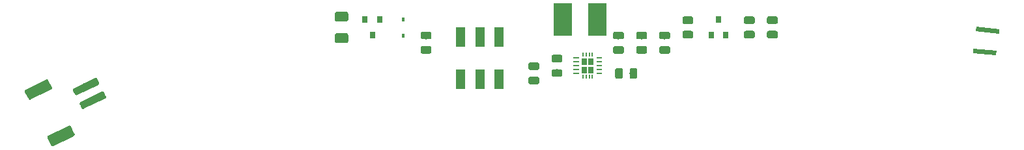
<source format=gbr>
G04 #@! TF.GenerationSoftware,KiCad,Pcbnew,(5.0.1)-3*
G04 #@! TF.CreationDate,2021-05-06T18:47:49+10:00*
G04 #@! TF.ProjectId,LED Right Glasses Arm (power),4C454420526967687420476C61737365,rev?*
G04 #@! TF.SameCoordinates,Original*
G04 #@! TF.FileFunction,Paste,Top*
G04 #@! TF.FilePolarity,Positive*
%FSLAX46Y46*%
G04 Gerber Fmt 4.6, Leading zero omitted, Abs format (unit mm)*
G04 Created by KiCad (PCBNEW (5.0.1)-3) date 6/05/2021 6:47:49 PM*
%MOMM*%
%LPD*%
G01*
G04 APERTURE LIST*
%ADD10C,0.100000*%
%ADD11C,0.975000*%
%ADD12R,0.450000X0.600000*%
%ADD13R,2.400000X4.200000*%
%ADD14O,0.800000X0.230000*%
%ADD15R,0.230000X0.230000*%
%ADD16R,0.650000X0.900000*%
%ADD17R,0.230000X0.600000*%
%ADD18R,0.800000X0.900000*%
%ADD19C,1.250000*%
%ADD20C,1.000000*%
%ADD21C,1.500000*%
%ADD22R,1.200000X2.500000*%
%ADD23C,0.600000*%
G04 APERTURE END LIST*
D10*
G04 #@! TO.C,C101*
G36*
X158480142Y-96576174D02*
X158503803Y-96579684D01*
X158527007Y-96585496D01*
X158549529Y-96593554D01*
X158571153Y-96603782D01*
X158591670Y-96616079D01*
X158610883Y-96630329D01*
X158628607Y-96646393D01*
X158644671Y-96664117D01*
X158658921Y-96683330D01*
X158671218Y-96703847D01*
X158681446Y-96725471D01*
X158689504Y-96747993D01*
X158695316Y-96771197D01*
X158698826Y-96794858D01*
X158700000Y-96818750D01*
X158700000Y-97306250D01*
X158698826Y-97330142D01*
X158695316Y-97353803D01*
X158689504Y-97377007D01*
X158681446Y-97399529D01*
X158671218Y-97421153D01*
X158658921Y-97441670D01*
X158644671Y-97460883D01*
X158628607Y-97478607D01*
X158610883Y-97494671D01*
X158591670Y-97508921D01*
X158571153Y-97521218D01*
X158549529Y-97531446D01*
X158527007Y-97539504D01*
X158503803Y-97545316D01*
X158480142Y-97548826D01*
X158456250Y-97550000D01*
X157543750Y-97550000D01*
X157519858Y-97548826D01*
X157496197Y-97545316D01*
X157472993Y-97539504D01*
X157450471Y-97531446D01*
X157428847Y-97521218D01*
X157408330Y-97508921D01*
X157389117Y-97494671D01*
X157371393Y-97478607D01*
X157355329Y-97460883D01*
X157341079Y-97441670D01*
X157328782Y-97421153D01*
X157318554Y-97399529D01*
X157310496Y-97377007D01*
X157304684Y-97353803D01*
X157301174Y-97330142D01*
X157300000Y-97306250D01*
X157300000Y-96818750D01*
X157301174Y-96794858D01*
X157304684Y-96771197D01*
X157310496Y-96747993D01*
X157318554Y-96725471D01*
X157328782Y-96703847D01*
X157341079Y-96683330D01*
X157355329Y-96664117D01*
X157371393Y-96646393D01*
X157389117Y-96630329D01*
X157408330Y-96616079D01*
X157428847Y-96603782D01*
X157450471Y-96593554D01*
X157472993Y-96585496D01*
X157496197Y-96579684D01*
X157519858Y-96576174D01*
X157543750Y-96575000D01*
X158456250Y-96575000D01*
X158480142Y-96576174D01*
X158480142Y-96576174D01*
G37*
D11*
X158000000Y-97062500D03*
D10*
G36*
X158480142Y-98451174D02*
X158503803Y-98454684D01*
X158527007Y-98460496D01*
X158549529Y-98468554D01*
X158571153Y-98478782D01*
X158591670Y-98491079D01*
X158610883Y-98505329D01*
X158628607Y-98521393D01*
X158644671Y-98539117D01*
X158658921Y-98558330D01*
X158671218Y-98578847D01*
X158681446Y-98600471D01*
X158689504Y-98622993D01*
X158695316Y-98646197D01*
X158698826Y-98669858D01*
X158700000Y-98693750D01*
X158700000Y-99181250D01*
X158698826Y-99205142D01*
X158695316Y-99228803D01*
X158689504Y-99252007D01*
X158681446Y-99274529D01*
X158671218Y-99296153D01*
X158658921Y-99316670D01*
X158644671Y-99335883D01*
X158628607Y-99353607D01*
X158610883Y-99369671D01*
X158591670Y-99383921D01*
X158571153Y-99396218D01*
X158549529Y-99406446D01*
X158527007Y-99414504D01*
X158503803Y-99420316D01*
X158480142Y-99423826D01*
X158456250Y-99425000D01*
X157543750Y-99425000D01*
X157519858Y-99423826D01*
X157496197Y-99420316D01*
X157472993Y-99414504D01*
X157450471Y-99406446D01*
X157428847Y-99396218D01*
X157408330Y-99383921D01*
X157389117Y-99369671D01*
X157371393Y-99353607D01*
X157355329Y-99335883D01*
X157341079Y-99316670D01*
X157328782Y-99296153D01*
X157318554Y-99274529D01*
X157310496Y-99252007D01*
X157304684Y-99228803D01*
X157301174Y-99205142D01*
X157300000Y-99181250D01*
X157300000Y-98693750D01*
X157301174Y-98669858D01*
X157304684Y-98646197D01*
X157310496Y-98622993D01*
X157318554Y-98600471D01*
X157328782Y-98578847D01*
X157341079Y-98558330D01*
X157355329Y-98539117D01*
X157371393Y-98521393D01*
X157389117Y-98505329D01*
X157408330Y-98491079D01*
X157428847Y-98478782D01*
X157450471Y-98468554D01*
X157472993Y-98460496D01*
X157496197Y-98454684D01*
X157519858Y-98451174D01*
X157543750Y-98450000D01*
X158456250Y-98450000D01*
X158480142Y-98451174D01*
X158480142Y-98451174D01*
G37*
D11*
X158000000Y-98937500D03*
G04 #@! TD*
D10*
G04 #@! TO.C,C102*
G36*
X166480142Y-93576174D02*
X166503803Y-93579684D01*
X166527007Y-93585496D01*
X166549529Y-93593554D01*
X166571153Y-93603782D01*
X166591670Y-93616079D01*
X166610883Y-93630329D01*
X166628607Y-93646393D01*
X166644671Y-93664117D01*
X166658921Y-93683330D01*
X166671218Y-93703847D01*
X166681446Y-93725471D01*
X166689504Y-93747993D01*
X166695316Y-93771197D01*
X166698826Y-93794858D01*
X166700000Y-93818750D01*
X166700000Y-94306250D01*
X166698826Y-94330142D01*
X166695316Y-94353803D01*
X166689504Y-94377007D01*
X166681446Y-94399529D01*
X166671218Y-94421153D01*
X166658921Y-94441670D01*
X166644671Y-94460883D01*
X166628607Y-94478607D01*
X166610883Y-94494671D01*
X166591670Y-94508921D01*
X166571153Y-94521218D01*
X166549529Y-94531446D01*
X166527007Y-94539504D01*
X166503803Y-94545316D01*
X166480142Y-94548826D01*
X166456250Y-94550000D01*
X165543750Y-94550000D01*
X165519858Y-94548826D01*
X165496197Y-94545316D01*
X165472993Y-94539504D01*
X165450471Y-94531446D01*
X165428847Y-94521218D01*
X165408330Y-94508921D01*
X165389117Y-94494671D01*
X165371393Y-94478607D01*
X165355329Y-94460883D01*
X165341079Y-94441670D01*
X165328782Y-94421153D01*
X165318554Y-94399529D01*
X165310496Y-94377007D01*
X165304684Y-94353803D01*
X165301174Y-94330142D01*
X165300000Y-94306250D01*
X165300000Y-93818750D01*
X165301174Y-93794858D01*
X165304684Y-93771197D01*
X165310496Y-93747993D01*
X165318554Y-93725471D01*
X165328782Y-93703847D01*
X165341079Y-93683330D01*
X165355329Y-93664117D01*
X165371393Y-93646393D01*
X165389117Y-93630329D01*
X165408330Y-93616079D01*
X165428847Y-93603782D01*
X165450471Y-93593554D01*
X165472993Y-93585496D01*
X165496197Y-93579684D01*
X165519858Y-93576174D01*
X165543750Y-93575000D01*
X166456250Y-93575000D01*
X166480142Y-93576174D01*
X166480142Y-93576174D01*
G37*
D11*
X166000000Y-94062500D03*
D10*
G36*
X166480142Y-95451174D02*
X166503803Y-95454684D01*
X166527007Y-95460496D01*
X166549529Y-95468554D01*
X166571153Y-95478782D01*
X166591670Y-95491079D01*
X166610883Y-95505329D01*
X166628607Y-95521393D01*
X166644671Y-95539117D01*
X166658921Y-95558330D01*
X166671218Y-95578847D01*
X166681446Y-95600471D01*
X166689504Y-95622993D01*
X166695316Y-95646197D01*
X166698826Y-95669858D01*
X166700000Y-95693750D01*
X166700000Y-96181250D01*
X166698826Y-96205142D01*
X166695316Y-96228803D01*
X166689504Y-96252007D01*
X166681446Y-96274529D01*
X166671218Y-96296153D01*
X166658921Y-96316670D01*
X166644671Y-96335883D01*
X166628607Y-96353607D01*
X166610883Y-96369671D01*
X166591670Y-96383921D01*
X166571153Y-96396218D01*
X166549529Y-96406446D01*
X166527007Y-96414504D01*
X166503803Y-96420316D01*
X166480142Y-96423826D01*
X166456250Y-96425000D01*
X165543750Y-96425000D01*
X165519858Y-96423826D01*
X165496197Y-96420316D01*
X165472993Y-96414504D01*
X165450471Y-96406446D01*
X165428847Y-96396218D01*
X165408330Y-96383921D01*
X165389117Y-96369671D01*
X165371393Y-96353607D01*
X165355329Y-96335883D01*
X165341079Y-96316670D01*
X165328782Y-96296153D01*
X165318554Y-96274529D01*
X165310496Y-96252007D01*
X165304684Y-96228803D01*
X165301174Y-96205142D01*
X165300000Y-96181250D01*
X165300000Y-95693750D01*
X165301174Y-95669858D01*
X165304684Y-95646197D01*
X165310496Y-95622993D01*
X165318554Y-95600471D01*
X165328782Y-95578847D01*
X165341079Y-95558330D01*
X165355329Y-95539117D01*
X165371393Y-95521393D01*
X165389117Y-95505329D01*
X165408330Y-95491079D01*
X165428847Y-95478782D01*
X165450471Y-95468554D01*
X165472993Y-95460496D01*
X165496197Y-95454684D01*
X165519858Y-95451174D01*
X165543750Y-95450000D01*
X166456250Y-95450000D01*
X166480142Y-95451174D01*
X166480142Y-95451174D01*
G37*
D11*
X166000000Y-95937500D03*
G04 #@! TD*
D10*
G04 #@! TO.C,C103*
G36*
X169480142Y-95451174D02*
X169503803Y-95454684D01*
X169527007Y-95460496D01*
X169549529Y-95468554D01*
X169571153Y-95478782D01*
X169591670Y-95491079D01*
X169610883Y-95505329D01*
X169628607Y-95521393D01*
X169644671Y-95539117D01*
X169658921Y-95558330D01*
X169671218Y-95578847D01*
X169681446Y-95600471D01*
X169689504Y-95622993D01*
X169695316Y-95646197D01*
X169698826Y-95669858D01*
X169700000Y-95693750D01*
X169700000Y-96181250D01*
X169698826Y-96205142D01*
X169695316Y-96228803D01*
X169689504Y-96252007D01*
X169681446Y-96274529D01*
X169671218Y-96296153D01*
X169658921Y-96316670D01*
X169644671Y-96335883D01*
X169628607Y-96353607D01*
X169610883Y-96369671D01*
X169591670Y-96383921D01*
X169571153Y-96396218D01*
X169549529Y-96406446D01*
X169527007Y-96414504D01*
X169503803Y-96420316D01*
X169480142Y-96423826D01*
X169456250Y-96425000D01*
X168543750Y-96425000D01*
X168519858Y-96423826D01*
X168496197Y-96420316D01*
X168472993Y-96414504D01*
X168450471Y-96406446D01*
X168428847Y-96396218D01*
X168408330Y-96383921D01*
X168389117Y-96369671D01*
X168371393Y-96353607D01*
X168355329Y-96335883D01*
X168341079Y-96316670D01*
X168328782Y-96296153D01*
X168318554Y-96274529D01*
X168310496Y-96252007D01*
X168304684Y-96228803D01*
X168301174Y-96205142D01*
X168300000Y-96181250D01*
X168300000Y-95693750D01*
X168301174Y-95669858D01*
X168304684Y-95646197D01*
X168310496Y-95622993D01*
X168318554Y-95600471D01*
X168328782Y-95578847D01*
X168341079Y-95558330D01*
X168355329Y-95539117D01*
X168371393Y-95521393D01*
X168389117Y-95505329D01*
X168408330Y-95491079D01*
X168428847Y-95478782D01*
X168450471Y-95468554D01*
X168472993Y-95460496D01*
X168496197Y-95454684D01*
X168519858Y-95451174D01*
X168543750Y-95450000D01*
X169456250Y-95450000D01*
X169480142Y-95451174D01*
X169480142Y-95451174D01*
G37*
D11*
X169000000Y-95937500D03*
D10*
G36*
X169480142Y-93576174D02*
X169503803Y-93579684D01*
X169527007Y-93585496D01*
X169549529Y-93593554D01*
X169571153Y-93603782D01*
X169591670Y-93616079D01*
X169610883Y-93630329D01*
X169628607Y-93646393D01*
X169644671Y-93664117D01*
X169658921Y-93683330D01*
X169671218Y-93703847D01*
X169681446Y-93725471D01*
X169689504Y-93747993D01*
X169695316Y-93771197D01*
X169698826Y-93794858D01*
X169700000Y-93818750D01*
X169700000Y-94306250D01*
X169698826Y-94330142D01*
X169695316Y-94353803D01*
X169689504Y-94377007D01*
X169681446Y-94399529D01*
X169671218Y-94421153D01*
X169658921Y-94441670D01*
X169644671Y-94460883D01*
X169628607Y-94478607D01*
X169610883Y-94494671D01*
X169591670Y-94508921D01*
X169571153Y-94521218D01*
X169549529Y-94531446D01*
X169527007Y-94539504D01*
X169503803Y-94545316D01*
X169480142Y-94548826D01*
X169456250Y-94550000D01*
X168543750Y-94550000D01*
X168519858Y-94548826D01*
X168496197Y-94545316D01*
X168472993Y-94539504D01*
X168450471Y-94531446D01*
X168428847Y-94521218D01*
X168408330Y-94508921D01*
X168389117Y-94494671D01*
X168371393Y-94478607D01*
X168355329Y-94460883D01*
X168341079Y-94441670D01*
X168328782Y-94421153D01*
X168318554Y-94399529D01*
X168310496Y-94377007D01*
X168304684Y-94353803D01*
X168301174Y-94330142D01*
X168300000Y-94306250D01*
X168300000Y-93818750D01*
X168301174Y-93794858D01*
X168304684Y-93771197D01*
X168310496Y-93747993D01*
X168318554Y-93725471D01*
X168328782Y-93703847D01*
X168341079Y-93683330D01*
X168355329Y-93664117D01*
X168371393Y-93646393D01*
X168389117Y-93630329D01*
X168408330Y-93616079D01*
X168428847Y-93603782D01*
X168450471Y-93593554D01*
X168472993Y-93585496D01*
X168496197Y-93579684D01*
X168519858Y-93576174D01*
X168543750Y-93575000D01*
X169456250Y-93575000D01*
X169480142Y-93576174D01*
X169480142Y-93576174D01*
G37*
D11*
X169000000Y-94062500D03*
G04 #@! TD*
D10*
G04 #@! TO.C,C104*
G36*
X172480142Y-93576174D02*
X172503803Y-93579684D01*
X172527007Y-93585496D01*
X172549529Y-93593554D01*
X172571153Y-93603782D01*
X172591670Y-93616079D01*
X172610883Y-93630329D01*
X172628607Y-93646393D01*
X172644671Y-93664117D01*
X172658921Y-93683330D01*
X172671218Y-93703847D01*
X172681446Y-93725471D01*
X172689504Y-93747993D01*
X172695316Y-93771197D01*
X172698826Y-93794858D01*
X172700000Y-93818750D01*
X172700000Y-94306250D01*
X172698826Y-94330142D01*
X172695316Y-94353803D01*
X172689504Y-94377007D01*
X172681446Y-94399529D01*
X172671218Y-94421153D01*
X172658921Y-94441670D01*
X172644671Y-94460883D01*
X172628607Y-94478607D01*
X172610883Y-94494671D01*
X172591670Y-94508921D01*
X172571153Y-94521218D01*
X172549529Y-94531446D01*
X172527007Y-94539504D01*
X172503803Y-94545316D01*
X172480142Y-94548826D01*
X172456250Y-94550000D01*
X171543750Y-94550000D01*
X171519858Y-94548826D01*
X171496197Y-94545316D01*
X171472993Y-94539504D01*
X171450471Y-94531446D01*
X171428847Y-94521218D01*
X171408330Y-94508921D01*
X171389117Y-94494671D01*
X171371393Y-94478607D01*
X171355329Y-94460883D01*
X171341079Y-94441670D01*
X171328782Y-94421153D01*
X171318554Y-94399529D01*
X171310496Y-94377007D01*
X171304684Y-94353803D01*
X171301174Y-94330142D01*
X171300000Y-94306250D01*
X171300000Y-93818750D01*
X171301174Y-93794858D01*
X171304684Y-93771197D01*
X171310496Y-93747993D01*
X171318554Y-93725471D01*
X171328782Y-93703847D01*
X171341079Y-93683330D01*
X171355329Y-93664117D01*
X171371393Y-93646393D01*
X171389117Y-93630329D01*
X171408330Y-93616079D01*
X171428847Y-93603782D01*
X171450471Y-93593554D01*
X171472993Y-93585496D01*
X171496197Y-93579684D01*
X171519858Y-93576174D01*
X171543750Y-93575000D01*
X172456250Y-93575000D01*
X172480142Y-93576174D01*
X172480142Y-93576174D01*
G37*
D11*
X172000000Y-94062500D03*
D10*
G36*
X172480142Y-95451174D02*
X172503803Y-95454684D01*
X172527007Y-95460496D01*
X172549529Y-95468554D01*
X172571153Y-95478782D01*
X172591670Y-95491079D01*
X172610883Y-95505329D01*
X172628607Y-95521393D01*
X172644671Y-95539117D01*
X172658921Y-95558330D01*
X172671218Y-95578847D01*
X172681446Y-95600471D01*
X172689504Y-95622993D01*
X172695316Y-95646197D01*
X172698826Y-95669858D01*
X172700000Y-95693750D01*
X172700000Y-96181250D01*
X172698826Y-96205142D01*
X172695316Y-96228803D01*
X172689504Y-96252007D01*
X172681446Y-96274529D01*
X172671218Y-96296153D01*
X172658921Y-96316670D01*
X172644671Y-96335883D01*
X172628607Y-96353607D01*
X172610883Y-96369671D01*
X172591670Y-96383921D01*
X172571153Y-96396218D01*
X172549529Y-96406446D01*
X172527007Y-96414504D01*
X172503803Y-96420316D01*
X172480142Y-96423826D01*
X172456250Y-96425000D01*
X171543750Y-96425000D01*
X171519858Y-96423826D01*
X171496197Y-96420316D01*
X171472993Y-96414504D01*
X171450471Y-96406446D01*
X171428847Y-96396218D01*
X171408330Y-96383921D01*
X171389117Y-96369671D01*
X171371393Y-96353607D01*
X171355329Y-96335883D01*
X171341079Y-96316670D01*
X171328782Y-96296153D01*
X171318554Y-96274529D01*
X171310496Y-96252007D01*
X171304684Y-96228803D01*
X171301174Y-96205142D01*
X171300000Y-96181250D01*
X171300000Y-95693750D01*
X171301174Y-95669858D01*
X171304684Y-95646197D01*
X171310496Y-95622993D01*
X171318554Y-95600471D01*
X171328782Y-95578847D01*
X171341079Y-95558330D01*
X171355329Y-95539117D01*
X171371393Y-95521393D01*
X171389117Y-95505329D01*
X171408330Y-95491079D01*
X171428847Y-95478782D01*
X171450471Y-95468554D01*
X171472993Y-95460496D01*
X171496197Y-95454684D01*
X171519858Y-95451174D01*
X171543750Y-95450000D01*
X172456250Y-95450000D01*
X172480142Y-95451174D01*
X172480142Y-95451174D01*
G37*
D11*
X172000000Y-95937500D03*
G04 #@! TD*
D10*
G04 #@! TO.C,C105*
G36*
X166330142Y-98301174D02*
X166353803Y-98304684D01*
X166377007Y-98310496D01*
X166399529Y-98318554D01*
X166421153Y-98328782D01*
X166441670Y-98341079D01*
X166460883Y-98355329D01*
X166478607Y-98371393D01*
X166494671Y-98389117D01*
X166508921Y-98408330D01*
X166521218Y-98428847D01*
X166531446Y-98450471D01*
X166539504Y-98472993D01*
X166545316Y-98496197D01*
X166548826Y-98519858D01*
X166550000Y-98543750D01*
X166550000Y-99456250D01*
X166548826Y-99480142D01*
X166545316Y-99503803D01*
X166539504Y-99527007D01*
X166531446Y-99549529D01*
X166521218Y-99571153D01*
X166508921Y-99591670D01*
X166494671Y-99610883D01*
X166478607Y-99628607D01*
X166460883Y-99644671D01*
X166441670Y-99658921D01*
X166421153Y-99671218D01*
X166399529Y-99681446D01*
X166377007Y-99689504D01*
X166353803Y-99695316D01*
X166330142Y-99698826D01*
X166306250Y-99700000D01*
X165818750Y-99700000D01*
X165794858Y-99698826D01*
X165771197Y-99695316D01*
X165747993Y-99689504D01*
X165725471Y-99681446D01*
X165703847Y-99671218D01*
X165683330Y-99658921D01*
X165664117Y-99644671D01*
X165646393Y-99628607D01*
X165630329Y-99610883D01*
X165616079Y-99591670D01*
X165603782Y-99571153D01*
X165593554Y-99549529D01*
X165585496Y-99527007D01*
X165579684Y-99503803D01*
X165576174Y-99480142D01*
X165575000Y-99456250D01*
X165575000Y-98543750D01*
X165576174Y-98519858D01*
X165579684Y-98496197D01*
X165585496Y-98472993D01*
X165593554Y-98450471D01*
X165603782Y-98428847D01*
X165616079Y-98408330D01*
X165630329Y-98389117D01*
X165646393Y-98371393D01*
X165664117Y-98355329D01*
X165683330Y-98341079D01*
X165703847Y-98328782D01*
X165725471Y-98318554D01*
X165747993Y-98310496D01*
X165771197Y-98304684D01*
X165794858Y-98301174D01*
X165818750Y-98300000D01*
X166306250Y-98300000D01*
X166330142Y-98301174D01*
X166330142Y-98301174D01*
G37*
D11*
X166062500Y-99000000D03*
D10*
G36*
X168205142Y-98301174D02*
X168228803Y-98304684D01*
X168252007Y-98310496D01*
X168274529Y-98318554D01*
X168296153Y-98328782D01*
X168316670Y-98341079D01*
X168335883Y-98355329D01*
X168353607Y-98371393D01*
X168369671Y-98389117D01*
X168383921Y-98408330D01*
X168396218Y-98428847D01*
X168406446Y-98450471D01*
X168414504Y-98472993D01*
X168420316Y-98496197D01*
X168423826Y-98519858D01*
X168425000Y-98543750D01*
X168425000Y-99456250D01*
X168423826Y-99480142D01*
X168420316Y-99503803D01*
X168414504Y-99527007D01*
X168406446Y-99549529D01*
X168396218Y-99571153D01*
X168383921Y-99591670D01*
X168369671Y-99610883D01*
X168353607Y-99628607D01*
X168335883Y-99644671D01*
X168316670Y-99658921D01*
X168296153Y-99671218D01*
X168274529Y-99681446D01*
X168252007Y-99689504D01*
X168228803Y-99695316D01*
X168205142Y-99698826D01*
X168181250Y-99700000D01*
X167693750Y-99700000D01*
X167669858Y-99698826D01*
X167646197Y-99695316D01*
X167622993Y-99689504D01*
X167600471Y-99681446D01*
X167578847Y-99671218D01*
X167558330Y-99658921D01*
X167539117Y-99644671D01*
X167521393Y-99628607D01*
X167505329Y-99610883D01*
X167491079Y-99591670D01*
X167478782Y-99571153D01*
X167468554Y-99549529D01*
X167460496Y-99527007D01*
X167454684Y-99503803D01*
X167451174Y-99480142D01*
X167450000Y-99456250D01*
X167450000Y-98543750D01*
X167451174Y-98519858D01*
X167454684Y-98496197D01*
X167460496Y-98472993D01*
X167468554Y-98450471D01*
X167478782Y-98428847D01*
X167491079Y-98408330D01*
X167505329Y-98389117D01*
X167521393Y-98371393D01*
X167539117Y-98355329D01*
X167558330Y-98341079D01*
X167578847Y-98328782D01*
X167600471Y-98318554D01*
X167622993Y-98310496D01*
X167646197Y-98304684D01*
X167669858Y-98301174D01*
X167693750Y-98300000D01*
X168181250Y-98300000D01*
X168205142Y-98301174D01*
X168205142Y-98301174D01*
G37*
D11*
X167937500Y-99000000D03*
G04 #@! TD*
D12*
G04 #@! TO.C,D101*
X138000000Y-91950000D03*
X138000000Y-94050000D03*
G04 #@! TD*
D13*
G04 #@! TO.C,L101*
X158750000Y-92000000D03*
X163250000Y-92000000D03*
G04 #@! TD*
D10*
G04 #@! TO.C,D102*
G36*
X183480142Y-91576174D02*
X183503803Y-91579684D01*
X183527007Y-91585496D01*
X183549529Y-91593554D01*
X183571153Y-91603782D01*
X183591670Y-91616079D01*
X183610883Y-91630329D01*
X183628607Y-91646393D01*
X183644671Y-91664117D01*
X183658921Y-91683330D01*
X183671218Y-91703847D01*
X183681446Y-91725471D01*
X183689504Y-91747993D01*
X183695316Y-91771197D01*
X183698826Y-91794858D01*
X183700000Y-91818750D01*
X183700000Y-92306250D01*
X183698826Y-92330142D01*
X183695316Y-92353803D01*
X183689504Y-92377007D01*
X183681446Y-92399529D01*
X183671218Y-92421153D01*
X183658921Y-92441670D01*
X183644671Y-92460883D01*
X183628607Y-92478607D01*
X183610883Y-92494671D01*
X183591670Y-92508921D01*
X183571153Y-92521218D01*
X183549529Y-92531446D01*
X183527007Y-92539504D01*
X183503803Y-92545316D01*
X183480142Y-92548826D01*
X183456250Y-92550000D01*
X182543750Y-92550000D01*
X182519858Y-92548826D01*
X182496197Y-92545316D01*
X182472993Y-92539504D01*
X182450471Y-92531446D01*
X182428847Y-92521218D01*
X182408330Y-92508921D01*
X182389117Y-92494671D01*
X182371393Y-92478607D01*
X182355329Y-92460883D01*
X182341079Y-92441670D01*
X182328782Y-92421153D01*
X182318554Y-92399529D01*
X182310496Y-92377007D01*
X182304684Y-92353803D01*
X182301174Y-92330142D01*
X182300000Y-92306250D01*
X182300000Y-91818750D01*
X182301174Y-91794858D01*
X182304684Y-91771197D01*
X182310496Y-91747993D01*
X182318554Y-91725471D01*
X182328782Y-91703847D01*
X182341079Y-91683330D01*
X182355329Y-91664117D01*
X182371393Y-91646393D01*
X182389117Y-91630329D01*
X182408330Y-91616079D01*
X182428847Y-91603782D01*
X182450471Y-91593554D01*
X182472993Y-91585496D01*
X182496197Y-91579684D01*
X182519858Y-91576174D01*
X182543750Y-91575000D01*
X183456250Y-91575000D01*
X183480142Y-91576174D01*
X183480142Y-91576174D01*
G37*
D11*
X183000000Y-92062500D03*
D10*
G36*
X183480142Y-93451174D02*
X183503803Y-93454684D01*
X183527007Y-93460496D01*
X183549529Y-93468554D01*
X183571153Y-93478782D01*
X183591670Y-93491079D01*
X183610883Y-93505329D01*
X183628607Y-93521393D01*
X183644671Y-93539117D01*
X183658921Y-93558330D01*
X183671218Y-93578847D01*
X183681446Y-93600471D01*
X183689504Y-93622993D01*
X183695316Y-93646197D01*
X183698826Y-93669858D01*
X183700000Y-93693750D01*
X183700000Y-94181250D01*
X183698826Y-94205142D01*
X183695316Y-94228803D01*
X183689504Y-94252007D01*
X183681446Y-94274529D01*
X183671218Y-94296153D01*
X183658921Y-94316670D01*
X183644671Y-94335883D01*
X183628607Y-94353607D01*
X183610883Y-94369671D01*
X183591670Y-94383921D01*
X183571153Y-94396218D01*
X183549529Y-94406446D01*
X183527007Y-94414504D01*
X183503803Y-94420316D01*
X183480142Y-94423826D01*
X183456250Y-94425000D01*
X182543750Y-94425000D01*
X182519858Y-94423826D01*
X182496197Y-94420316D01*
X182472993Y-94414504D01*
X182450471Y-94406446D01*
X182428847Y-94396218D01*
X182408330Y-94383921D01*
X182389117Y-94369671D01*
X182371393Y-94353607D01*
X182355329Y-94335883D01*
X182341079Y-94316670D01*
X182328782Y-94296153D01*
X182318554Y-94274529D01*
X182310496Y-94252007D01*
X182304684Y-94228803D01*
X182301174Y-94205142D01*
X182300000Y-94181250D01*
X182300000Y-93693750D01*
X182301174Y-93669858D01*
X182304684Y-93646197D01*
X182310496Y-93622993D01*
X182318554Y-93600471D01*
X182328782Y-93578847D01*
X182341079Y-93558330D01*
X182355329Y-93539117D01*
X182371393Y-93521393D01*
X182389117Y-93505329D01*
X182408330Y-93491079D01*
X182428847Y-93478782D01*
X182450471Y-93468554D01*
X182472993Y-93460496D01*
X182496197Y-93454684D01*
X182519858Y-93451174D01*
X182543750Y-93450000D01*
X183456250Y-93450000D01*
X183480142Y-93451174D01*
X183480142Y-93451174D01*
G37*
D11*
X183000000Y-93937500D03*
G04 #@! TD*
D14*
G04 #@! TO.C,U101*
X160525000Y-97000000D03*
X160525000Y-97500000D03*
D15*
X160240000Y-98000000D03*
D14*
X160525000Y-98500000D03*
D15*
X160240000Y-99000000D03*
D14*
X163475000Y-99000000D03*
X163475000Y-98500000D03*
D15*
X163760000Y-98000000D03*
X163760000Y-97500000D03*
X163760000Y-97000000D03*
X160240000Y-97000000D03*
X160240000Y-97500000D03*
D14*
X160525000Y-98000000D03*
D15*
X160240000Y-98500000D03*
D14*
X160525000Y-99000000D03*
D15*
X163760000Y-99000000D03*
X163760000Y-98500000D03*
D14*
X163475000Y-98000000D03*
X163475000Y-97500000D03*
X163475000Y-97000000D03*
D16*
X161565000Y-97440000D03*
X162435000Y-98560000D03*
X161565000Y-98560000D03*
X162435000Y-97440000D03*
D17*
X161400000Y-96575000D03*
X161800000Y-96575000D03*
X162200000Y-96575000D03*
X162600000Y-96575000D03*
X161400000Y-99425000D03*
X161800000Y-99425000D03*
X162200000Y-99425000D03*
X162600000Y-99425000D03*
G04 #@! TD*
D18*
G04 #@! TO.C,Q102*
X179000000Y-92000000D03*
X179950000Y-94000000D03*
X178050000Y-94000000D03*
G04 #@! TD*
G04 #@! TO.C,Q101*
X134950000Y-92000000D03*
X133050000Y-92000000D03*
X134000000Y-94000000D03*
G04 #@! TD*
D10*
G04 #@! TO.C,R101*
G36*
X141480142Y-95451174D02*
X141503803Y-95454684D01*
X141527007Y-95460496D01*
X141549529Y-95468554D01*
X141571153Y-95478782D01*
X141591670Y-95491079D01*
X141610883Y-95505329D01*
X141628607Y-95521393D01*
X141644671Y-95539117D01*
X141658921Y-95558330D01*
X141671218Y-95578847D01*
X141681446Y-95600471D01*
X141689504Y-95622993D01*
X141695316Y-95646197D01*
X141698826Y-95669858D01*
X141700000Y-95693750D01*
X141700000Y-96181250D01*
X141698826Y-96205142D01*
X141695316Y-96228803D01*
X141689504Y-96252007D01*
X141681446Y-96274529D01*
X141671218Y-96296153D01*
X141658921Y-96316670D01*
X141644671Y-96335883D01*
X141628607Y-96353607D01*
X141610883Y-96369671D01*
X141591670Y-96383921D01*
X141571153Y-96396218D01*
X141549529Y-96406446D01*
X141527007Y-96414504D01*
X141503803Y-96420316D01*
X141480142Y-96423826D01*
X141456250Y-96425000D01*
X140543750Y-96425000D01*
X140519858Y-96423826D01*
X140496197Y-96420316D01*
X140472993Y-96414504D01*
X140450471Y-96406446D01*
X140428847Y-96396218D01*
X140408330Y-96383921D01*
X140389117Y-96369671D01*
X140371393Y-96353607D01*
X140355329Y-96335883D01*
X140341079Y-96316670D01*
X140328782Y-96296153D01*
X140318554Y-96274529D01*
X140310496Y-96252007D01*
X140304684Y-96228803D01*
X140301174Y-96205142D01*
X140300000Y-96181250D01*
X140300000Y-95693750D01*
X140301174Y-95669858D01*
X140304684Y-95646197D01*
X140310496Y-95622993D01*
X140318554Y-95600471D01*
X140328782Y-95578847D01*
X140341079Y-95558330D01*
X140355329Y-95539117D01*
X140371393Y-95521393D01*
X140389117Y-95505329D01*
X140408330Y-95491079D01*
X140428847Y-95478782D01*
X140450471Y-95468554D01*
X140472993Y-95460496D01*
X140496197Y-95454684D01*
X140519858Y-95451174D01*
X140543750Y-95450000D01*
X141456250Y-95450000D01*
X141480142Y-95451174D01*
X141480142Y-95451174D01*
G37*
D11*
X141000000Y-95937500D03*
D10*
G36*
X141480142Y-93576174D02*
X141503803Y-93579684D01*
X141527007Y-93585496D01*
X141549529Y-93593554D01*
X141571153Y-93603782D01*
X141591670Y-93616079D01*
X141610883Y-93630329D01*
X141628607Y-93646393D01*
X141644671Y-93664117D01*
X141658921Y-93683330D01*
X141671218Y-93703847D01*
X141681446Y-93725471D01*
X141689504Y-93747993D01*
X141695316Y-93771197D01*
X141698826Y-93794858D01*
X141700000Y-93818750D01*
X141700000Y-94306250D01*
X141698826Y-94330142D01*
X141695316Y-94353803D01*
X141689504Y-94377007D01*
X141681446Y-94399529D01*
X141671218Y-94421153D01*
X141658921Y-94441670D01*
X141644671Y-94460883D01*
X141628607Y-94478607D01*
X141610883Y-94494671D01*
X141591670Y-94508921D01*
X141571153Y-94521218D01*
X141549529Y-94531446D01*
X141527007Y-94539504D01*
X141503803Y-94545316D01*
X141480142Y-94548826D01*
X141456250Y-94550000D01*
X140543750Y-94550000D01*
X140519858Y-94548826D01*
X140496197Y-94545316D01*
X140472993Y-94539504D01*
X140450471Y-94531446D01*
X140428847Y-94521218D01*
X140408330Y-94508921D01*
X140389117Y-94494671D01*
X140371393Y-94478607D01*
X140355329Y-94460883D01*
X140341079Y-94441670D01*
X140328782Y-94421153D01*
X140318554Y-94399529D01*
X140310496Y-94377007D01*
X140304684Y-94353803D01*
X140301174Y-94330142D01*
X140300000Y-94306250D01*
X140300000Y-93818750D01*
X140301174Y-93794858D01*
X140304684Y-93771197D01*
X140310496Y-93747993D01*
X140318554Y-93725471D01*
X140328782Y-93703847D01*
X140341079Y-93683330D01*
X140355329Y-93664117D01*
X140371393Y-93646393D01*
X140389117Y-93630329D01*
X140408330Y-93616079D01*
X140428847Y-93603782D01*
X140450471Y-93593554D01*
X140472993Y-93585496D01*
X140496197Y-93579684D01*
X140519858Y-93576174D01*
X140543750Y-93575000D01*
X141456250Y-93575000D01*
X141480142Y-93576174D01*
X141480142Y-93576174D01*
G37*
D11*
X141000000Y-94062500D03*
G04 #@! TD*
D10*
G04 #@! TO.C,R102*
G36*
X155480142Y-97576174D02*
X155503803Y-97579684D01*
X155527007Y-97585496D01*
X155549529Y-97593554D01*
X155571153Y-97603782D01*
X155591670Y-97616079D01*
X155610883Y-97630329D01*
X155628607Y-97646393D01*
X155644671Y-97664117D01*
X155658921Y-97683330D01*
X155671218Y-97703847D01*
X155681446Y-97725471D01*
X155689504Y-97747993D01*
X155695316Y-97771197D01*
X155698826Y-97794858D01*
X155700000Y-97818750D01*
X155700000Y-98306250D01*
X155698826Y-98330142D01*
X155695316Y-98353803D01*
X155689504Y-98377007D01*
X155681446Y-98399529D01*
X155671218Y-98421153D01*
X155658921Y-98441670D01*
X155644671Y-98460883D01*
X155628607Y-98478607D01*
X155610883Y-98494671D01*
X155591670Y-98508921D01*
X155571153Y-98521218D01*
X155549529Y-98531446D01*
X155527007Y-98539504D01*
X155503803Y-98545316D01*
X155480142Y-98548826D01*
X155456250Y-98550000D01*
X154543750Y-98550000D01*
X154519858Y-98548826D01*
X154496197Y-98545316D01*
X154472993Y-98539504D01*
X154450471Y-98531446D01*
X154428847Y-98521218D01*
X154408330Y-98508921D01*
X154389117Y-98494671D01*
X154371393Y-98478607D01*
X154355329Y-98460883D01*
X154341079Y-98441670D01*
X154328782Y-98421153D01*
X154318554Y-98399529D01*
X154310496Y-98377007D01*
X154304684Y-98353803D01*
X154301174Y-98330142D01*
X154300000Y-98306250D01*
X154300000Y-97818750D01*
X154301174Y-97794858D01*
X154304684Y-97771197D01*
X154310496Y-97747993D01*
X154318554Y-97725471D01*
X154328782Y-97703847D01*
X154341079Y-97683330D01*
X154355329Y-97664117D01*
X154371393Y-97646393D01*
X154389117Y-97630329D01*
X154408330Y-97616079D01*
X154428847Y-97603782D01*
X154450471Y-97593554D01*
X154472993Y-97585496D01*
X154496197Y-97579684D01*
X154519858Y-97576174D01*
X154543750Y-97575000D01*
X155456250Y-97575000D01*
X155480142Y-97576174D01*
X155480142Y-97576174D01*
G37*
D11*
X155000000Y-98062500D03*
D10*
G36*
X155480142Y-99451174D02*
X155503803Y-99454684D01*
X155527007Y-99460496D01*
X155549529Y-99468554D01*
X155571153Y-99478782D01*
X155591670Y-99491079D01*
X155610883Y-99505329D01*
X155628607Y-99521393D01*
X155644671Y-99539117D01*
X155658921Y-99558330D01*
X155671218Y-99578847D01*
X155681446Y-99600471D01*
X155689504Y-99622993D01*
X155695316Y-99646197D01*
X155698826Y-99669858D01*
X155700000Y-99693750D01*
X155700000Y-100181250D01*
X155698826Y-100205142D01*
X155695316Y-100228803D01*
X155689504Y-100252007D01*
X155681446Y-100274529D01*
X155671218Y-100296153D01*
X155658921Y-100316670D01*
X155644671Y-100335883D01*
X155628607Y-100353607D01*
X155610883Y-100369671D01*
X155591670Y-100383921D01*
X155571153Y-100396218D01*
X155549529Y-100406446D01*
X155527007Y-100414504D01*
X155503803Y-100420316D01*
X155480142Y-100423826D01*
X155456250Y-100425000D01*
X154543750Y-100425000D01*
X154519858Y-100423826D01*
X154496197Y-100420316D01*
X154472993Y-100414504D01*
X154450471Y-100406446D01*
X154428847Y-100396218D01*
X154408330Y-100383921D01*
X154389117Y-100369671D01*
X154371393Y-100353607D01*
X154355329Y-100335883D01*
X154341079Y-100316670D01*
X154328782Y-100296153D01*
X154318554Y-100274529D01*
X154310496Y-100252007D01*
X154304684Y-100228803D01*
X154301174Y-100205142D01*
X154300000Y-100181250D01*
X154300000Y-99693750D01*
X154301174Y-99669858D01*
X154304684Y-99646197D01*
X154310496Y-99622993D01*
X154318554Y-99600471D01*
X154328782Y-99578847D01*
X154341079Y-99558330D01*
X154355329Y-99539117D01*
X154371393Y-99521393D01*
X154389117Y-99505329D01*
X154408330Y-99491079D01*
X154428847Y-99478782D01*
X154450471Y-99468554D01*
X154472993Y-99460496D01*
X154496197Y-99454684D01*
X154519858Y-99451174D01*
X154543750Y-99450000D01*
X155456250Y-99450000D01*
X155480142Y-99451174D01*
X155480142Y-99451174D01*
G37*
D11*
X155000000Y-99937500D03*
G04 #@! TD*
D10*
G04 #@! TO.C,R103*
G36*
X175480142Y-91576174D02*
X175503803Y-91579684D01*
X175527007Y-91585496D01*
X175549529Y-91593554D01*
X175571153Y-91603782D01*
X175591670Y-91616079D01*
X175610883Y-91630329D01*
X175628607Y-91646393D01*
X175644671Y-91664117D01*
X175658921Y-91683330D01*
X175671218Y-91703847D01*
X175681446Y-91725471D01*
X175689504Y-91747993D01*
X175695316Y-91771197D01*
X175698826Y-91794858D01*
X175700000Y-91818750D01*
X175700000Y-92306250D01*
X175698826Y-92330142D01*
X175695316Y-92353803D01*
X175689504Y-92377007D01*
X175681446Y-92399529D01*
X175671218Y-92421153D01*
X175658921Y-92441670D01*
X175644671Y-92460883D01*
X175628607Y-92478607D01*
X175610883Y-92494671D01*
X175591670Y-92508921D01*
X175571153Y-92521218D01*
X175549529Y-92531446D01*
X175527007Y-92539504D01*
X175503803Y-92545316D01*
X175480142Y-92548826D01*
X175456250Y-92550000D01*
X174543750Y-92550000D01*
X174519858Y-92548826D01*
X174496197Y-92545316D01*
X174472993Y-92539504D01*
X174450471Y-92531446D01*
X174428847Y-92521218D01*
X174408330Y-92508921D01*
X174389117Y-92494671D01*
X174371393Y-92478607D01*
X174355329Y-92460883D01*
X174341079Y-92441670D01*
X174328782Y-92421153D01*
X174318554Y-92399529D01*
X174310496Y-92377007D01*
X174304684Y-92353803D01*
X174301174Y-92330142D01*
X174300000Y-92306250D01*
X174300000Y-91818750D01*
X174301174Y-91794858D01*
X174304684Y-91771197D01*
X174310496Y-91747993D01*
X174318554Y-91725471D01*
X174328782Y-91703847D01*
X174341079Y-91683330D01*
X174355329Y-91664117D01*
X174371393Y-91646393D01*
X174389117Y-91630329D01*
X174408330Y-91616079D01*
X174428847Y-91603782D01*
X174450471Y-91593554D01*
X174472993Y-91585496D01*
X174496197Y-91579684D01*
X174519858Y-91576174D01*
X174543750Y-91575000D01*
X175456250Y-91575000D01*
X175480142Y-91576174D01*
X175480142Y-91576174D01*
G37*
D11*
X175000000Y-92062500D03*
D10*
G36*
X175480142Y-93451174D02*
X175503803Y-93454684D01*
X175527007Y-93460496D01*
X175549529Y-93468554D01*
X175571153Y-93478782D01*
X175591670Y-93491079D01*
X175610883Y-93505329D01*
X175628607Y-93521393D01*
X175644671Y-93539117D01*
X175658921Y-93558330D01*
X175671218Y-93578847D01*
X175681446Y-93600471D01*
X175689504Y-93622993D01*
X175695316Y-93646197D01*
X175698826Y-93669858D01*
X175700000Y-93693750D01*
X175700000Y-94181250D01*
X175698826Y-94205142D01*
X175695316Y-94228803D01*
X175689504Y-94252007D01*
X175681446Y-94274529D01*
X175671218Y-94296153D01*
X175658921Y-94316670D01*
X175644671Y-94335883D01*
X175628607Y-94353607D01*
X175610883Y-94369671D01*
X175591670Y-94383921D01*
X175571153Y-94396218D01*
X175549529Y-94406446D01*
X175527007Y-94414504D01*
X175503803Y-94420316D01*
X175480142Y-94423826D01*
X175456250Y-94425000D01*
X174543750Y-94425000D01*
X174519858Y-94423826D01*
X174496197Y-94420316D01*
X174472993Y-94414504D01*
X174450471Y-94406446D01*
X174428847Y-94396218D01*
X174408330Y-94383921D01*
X174389117Y-94369671D01*
X174371393Y-94353607D01*
X174355329Y-94335883D01*
X174341079Y-94316670D01*
X174328782Y-94296153D01*
X174318554Y-94274529D01*
X174310496Y-94252007D01*
X174304684Y-94228803D01*
X174301174Y-94205142D01*
X174300000Y-94181250D01*
X174300000Y-93693750D01*
X174301174Y-93669858D01*
X174304684Y-93646197D01*
X174310496Y-93622993D01*
X174318554Y-93600471D01*
X174328782Y-93578847D01*
X174341079Y-93558330D01*
X174355329Y-93539117D01*
X174371393Y-93521393D01*
X174389117Y-93505329D01*
X174408330Y-93491079D01*
X174428847Y-93478782D01*
X174450471Y-93468554D01*
X174472993Y-93460496D01*
X174496197Y-93454684D01*
X174519858Y-93451174D01*
X174543750Y-93450000D01*
X175456250Y-93450000D01*
X175480142Y-93451174D01*
X175480142Y-93451174D01*
G37*
D11*
X175000000Y-93937500D03*
G04 #@! TD*
D10*
G04 #@! TO.C,R104*
G36*
X186480142Y-91576174D02*
X186503803Y-91579684D01*
X186527007Y-91585496D01*
X186549529Y-91593554D01*
X186571153Y-91603782D01*
X186591670Y-91616079D01*
X186610883Y-91630329D01*
X186628607Y-91646393D01*
X186644671Y-91664117D01*
X186658921Y-91683330D01*
X186671218Y-91703847D01*
X186681446Y-91725471D01*
X186689504Y-91747993D01*
X186695316Y-91771197D01*
X186698826Y-91794858D01*
X186700000Y-91818750D01*
X186700000Y-92306250D01*
X186698826Y-92330142D01*
X186695316Y-92353803D01*
X186689504Y-92377007D01*
X186681446Y-92399529D01*
X186671218Y-92421153D01*
X186658921Y-92441670D01*
X186644671Y-92460883D01*
X186628607Y-92478607D01*
X186610883Y-92494671D01*
X186591670Y-92508921D01*
X186571153Y-92521218D01*
X186549529Y-92531446D01*
X186527007Y-92539504D01*
X186503803Y-92545316D01*
X186480142Y-92548826D01*
X186456250Y-92550000D01*
X185543750Y-92550000D01*
X185519858Y-92548826D01*
X185496197Y-92545316D01*
X185472993Y-92539504D01*
X185450471Y-92531446D01*
X185428847Y-92521218D01*
X185408330Y-92508921D01*
X185389117Y-92494671D01*
X185371393Y-92478607D01*
X185355329Y-92460883D01*
X185341079Y-92441670D01*
X185328782Y-92421153D01*
X185318554Y-92399529D01*
X185310496Y-92377007D01*
X185304684Y-92353803D01*
X185301174Y-92330142D01*
X185300000Y-92306250D01*
X185300000Y-91818750D01*
X185301174Y-91794858D01*
X185304684Y-91771197D01*
X185310496Y-91747993D01*
X185318554Y-91725471D01*
X185328782Y-91703847D01*
X185341079Y-91683330D01*
X185355329Y-91664117D01*
X185371393Y-91646393D01*
X185389117Y-91630329D01*
X185408330Y-91616079D01*
X185428847Y-91603782D01*
X185450471Y-91593554D01*
X185472993Y-91585496D01*
X185496197Y-91579684D01*
X185519858Y-91576174D01*
X185543750Y-91575000D01*
X186456250Y-91575000D01*
X186480142Y-91576174D01*
X186480142Y-91576174D01*
G37*
D11*
X186000000Y-92062500D03*
D10*
G36*
X186480142Y-93451174D02*
X186503803Y-93454684D01*
X186527007Y-93460496D01*
X186549529Y-93468554D01*
X186571153Y-93478782D01*
X186591670Y-93491079D01*
X186610883Y-93505329D01*
X186628607Y-93521393D01*
X186644671Y-93539117D01*
X186658921Y-93558330D01*
X186671218Y-93578847D01*
X186681446Y-93600471D01*
X186689504Y-93622993D01*
X186695316Y-93646197D01*
X186698826Y-93669858D01*
X186700000Y-93693750D01*
X186700000Y-94181250D01*
X186698826Y-94205142D01*
X186695316Y-94228803D01*
X186689504Y-94252007D01*
X186681446Y-94274529D01*
X186671218Y-94296153D01*
X186658921Y-94316670D01*
X186644671Y-94335883D01*
X186628607Y-94353607D01*
X186610883Y-94369671D01*
X186591670Y-94383921D01*
X186571153Y-94396218D01*
X186549529Y-94406446D01*
X186527007Y-94414504D01*
X186503803Y-94420316D01*
X186480142Y-94423826D01*
X186456250Y-94425000D01*
X185543750Y-94425000D01*
X185519858Y-94423826D01*
X185496197Y-94420316D01*
X185472993Y-94414504D01*
X185450471Y-94406446D01*
X185428847Y-94396218D01*
X185408330Y-94383921D01*
X185389117Y-94369671D01*
X185371393Y-94353607D01*
X185355329Y-94335883D01*
X185341079Y-94316670D01*
X185328782Y-94296153D01*
X185318554Y-94274529D01*
X185310496Y-94252007D01*
X185304684Y-94228803D01*
X185301174Y-94205142D01*
X185300000Y-94181250D01*
X185300000Y-93693750D01*
X185301174Y-93669858D01*
X185304684Y-93646197D01*
X185310496Y-93622993D01*
X185318554Y-93600471D01*
X185328782Y-93578847D01*
X185341079Y-93558330D01*
X185355329Y-93539117D01*
X185371393Y-93521393D01*
X185389117Y-93505329D01*
X185408330Y-93491079D01*
X185428847Y-93478782D01*
X185450471Y-93468554D01*
X185472993Y-93460496D01*
X185496197Y-93454684D01*
X185519858Y-93451174D01*
X185543750Y-93450000D01*
X186456250Y-93450000D01*
X186480142Y-93451174D01*
X186480142Y-93451174D01*
G37*
D11*
X186000000Y-93937500D03*
G04 #@! TD*
D10*
G04 #@! TO.C,F101*
G36*
X130649504Y-90976204D02*
X130673773Y-90979804D01*
X130697571Y-90985765D01*
X130720671Y-90994030D01*
X130742849Y-91004520D01*
X130763893Y-91017133D01*
X130783598Y-91031747D01*
X130801777Y-91048223D01*
X130818253Y-91066402D01*
X130832867Y-91086107D01*
X130845480Y-91107151D01*
X130855970Y-91129329D01*
X130864235Y-91152429D01*
X130870196Y-91176227D01*
X130873796Y-91200496D01*
X130875000Y-91225000D01*
X130875000Y-91975000D01*
X130873796Y-91999504D01*
X130870196Y-92023773D01*
X130864235Y-92047571D01*
X130855970Y-92070671D01*
X130845480Y-92092849D01*
X130832867Y-92113893D01*
X130818253Y-92133598D01*
X130801777Y-92151777D01*
X130783598Y-92168253D01*
X130763893Y-92182867D01*
X130742849Y-92195480D01*
X130720671Y-92205970D01*
X130697571Y-92214235D01*
X130673773Y-92220196D01*
X130649504Y-92223796D01*
X130625000Y-92225000D01*
X129375000Y-92225000D01*
X129350496Y-92223796D01*
X129326227Y-92220196D01*
X129302429Y-92214235D01*
X129279329Y-92205970D01*
X129257151Y-92195480D01*
X129236107Y-92182867D01*
X129216402Y-92168253D01*
X129198223Y-92151777D01*
X129181747Y-92133598D01*
X129167133Y-92113893D01*
X129154520Y-92092849D01*
X129144030Y-92070671D01*
X129135765Y-92047571D01*
X129129804Y-92023773D01*
X129126204Y-91999504D01*
X129125000Y-91975000D01*
X129125000Y-91225000D01*
X129126204Y-91200496D01*
X129129804Y-91176227D01*
X129135765Y-91152429D01*
X129144030Y-91129329D01*
X129154520Y-91107151D01*
X129167133Y-91086107D01*
X129181747Y-91066402D01*
X129198223Y-91048223D01*
X129216402Y-91031747D01*
X129236107Y-91017133D01*
X129257151Y-91004520D01*
X129279329Y-90994030D01*
X129302429Y-90985765D01*
X129326227Y-90979804D01*
X129350496Y-90976204D01*
X129375000Y-90975000D01*
X130625000Y-90975000D01*
X130649504Y-90976204D01*
X130649504Y-90976204D01*
G37*
D19*
X130000000Y-91600000D03*
D10*
G36*
X130649504Y-93776204D02*
X130673773Y-93779804D01*
X130697571Y-93785765D01*
X130720671Y-93794030D01*
X130742849Y-93804520D01*
X130763893Y-93817133D01*
X130783598Y-93831747D01*
X130801777Y-93848223D01*
X130818253Y-93866402D01*
X130832867Y-93886107D01*
X130845480Y-93907151D01*
X130855970Y-93929329D01*
X130864235Y-93952429D01*
X130870196Y-93976227D01*
X130873796Y-94000496D01*
X130875000Y-94025000D01*
X130875000Y-94775000D01*
X130873796Y-94799504D01*
X130870196Y-94823773D01*
X130864235Y-94847571D01*
X130855970Y-94870671D01*
X130845480Y-94892849D01*
X130832867Y-94913893D01*
X130818253Y-94933598D01*
X130801777Y-94951777D01*
X130783598Y-94968253D01*
X130763893Y-94982867D01*
X130742849Y-94995480D01*
X130720671Y-95005970D01*
X130697571Y-95014235D01*
X130673773Y-95020196D01*
X130649504Y-95023796D01*
X130625000Y-95025000D01*
X129375000Y-95025000D01*
X129350496Y-95023796D01*
X129326227Y-95020196D01*
X129302429Y-95014235D01*
X129279329Y-95005970D01*
X129257151Y-94995480D01*
X129236107Y-94982867D01*
X129216402Y-94968253D01*
X129198223Y-94951777D01*
X129181747Y-94933598D01*
X129167133Y-94913893D01*
X129154520Y-94892849D01*
X129144030Y-94870671D01*
X129135765Y-94847571D01*
X129129804Y-94823773D01*
X129126204Y-94799504D01*
X129125000Y-94775000D01*
X129125000Y-94025000D01*
X129126204Y-94000496D01*
X129129804Y-93976227D01*
X129135765Y-93952429D01*
X129144030Y-93929329D01*
X129154520Y-93907151D01*
X129167133Y-93886107D01*
X129181747Y-93866402D01*
X129198223Y-93848223D01*
X129216402Y-93831747D01*
X129236107Y-93817133D01*
X129257151Y-93804520D01*
X129279329Y-93794030D01*
X129302429Y-93785765D01*
X129326227Y-93779804D01*
X129350496Y-93776204D01*
X129375000Y-93775000D01*
X130625000Y-93775000D01*
X130649504Y-93776204D01*
X130649504Y-93776204D01*
G37*
D19*
X130000000Y-94400000D03*
G04 #@! TD*
D10*
G04 #@! TO.C,J101*
G36*
X98074002Y-99579178D02*
X98098120Y-99583675D01*
X98121681Y-99590514D01*
X98144458Y-99599630D01*
X98166233Y-99610935D01*
X98186794Y-99624320D01*
X98205944Y-99639655D01*
X98223499Y-99656794D01*
X98239290Y-99675571D01*
X98253164Y-99695805D01*
X98264987Y-99717301D01*
X98484173Y-100166698D01*
X98493833Y-100189250D01*
X98501236Y-100212640D01*
X98506311Y-100236644D01*
X98509009Y-100261029D01*
X98509303Y-100285561D01*
X98507192Y-100310004D01*
X98502694Y-100334122D01*
X98495855Y-100357683D01*
X98486739Y-100380460D01*
X98475434Y-100402234D01*
X98462049Y-100422796D01*
X98446714Y-100441946D01*
X98429575Y-100459501D01*
X98410799Y-100475291D01*
X98390565Y-100489165D01*
X98369068Y-100500990D01*
X95672686Y-101816103D01*
X95650134Y-101825763D01*
X95626743Y-101833165D01*
X95602740Y-101838240D01*
X95578355Y-101840938D01*
X95553823Y-101841232D01*
X95529380Y-101839120D01*
X95505262Y-101834623D01*
X95481701Y-101827784D01*
X95458924Y-101818668D01*
X95437149Y-101807363D01*
X95416588Y-101793978D01*
X95397438Y-101778643D01*
X95379883Y-101761504D01*
X95364092Y-101742727D01*
X95350218Y-101722493D01*
X95338395Y-101700997D01*
X95119209Y-101251600D01*
X95109549Y-101229048D01*
X95102146Y-101205658D01*
X95097071Y-101181654D01*
X95094373Y-101157269D01*
X95094079Y-101132737D01*
X95096190Y-101108294D01*
X95100688Y-101084176D01*
X95107527Y-101060615D01*
X95116643Y-101037838D01*
X95127948Y-101016064D01*
X95141333Y-100995502D01*
X95156668Y-100976352D01*
X95173807Y-100958797D01*
X95192583Y-100943007D01*
X95212817Y-100929133D01*
X95234314Y-100917308D01*
X97930696Y-99602195D01*
X97953248Y-99592535D01*
X97976639Y-99585133D01*
X98000642Y-99580058D01*
X98025027Y-99577360D01*
X98049559Y-99577066D01*
X98074002Y-99579178D01*
X98074002Y-99579178D01*
G37*
D20*
X96801691Y-100709149D03*
D10*
G36*
X98950745Y-101376764D02*
X98974863Y-101381261D01*
X98998424Y-101388100D01*
X99021201Y-101397216D01*
X99042976Y-101408521D01*
X99063537Y-101421906D01*
X99082687Y-101437241D01*
X99100242Y-101454380D01*
X99116033Y-101473157D01*
X99129907Y-101493391D01*
X99141730Y-101514887D01*
X99360916Y-101964284D01*
X99370576Y-101986836D01*
X99377979Y-102010226D01*
X99383054Y-102034230D01*
X99385752Y-102058615D01*
X99386046Y-102083147D01*
X99383935Y-102107590D01*
X99379437Y-102131708D01*
X99372598Y-102155269D01*
X99363482Y-102178046D01*
X99352177Y-102199820D01*
X99338792Y-102220382D01*
X99323457Y-102239532D01*
X99306318Y-102257087D01*
X99287542Y-102272877D01*
X99267308Y-102286751D01*
X99245811Y-102298576D01*
X96549429Y-103613689D01*
X96526877Y-103623349D01*
X96503486Y-103630751D01*
X96479483Y-103635826D01*
X96455098Y-103638524D01*
X96430566Y-103638818D01*
X96406123Y-103636706D01*
X96382005Y-103632209D01*
X96358444Y-103625370D01*
X96335667Y-103616254D01*
X96313892Y-103604949D01*
X96293331Y-103591564D01*
X96274181Y-103576229D01*
X96256626Y-103559090D01*
X96240835Y-103540313D01*
X96226961Y-103520079D01*
X96215138Y-103498583D01*
X95995952Y-103049186D01*
X95986292Y-103026634D01*
X95978889Y-103003244D01*
X95973814Y-102979240D01*
X95971116Y-102954855D01*
X95970822Y-102930323D01*
X95972933Y-102905880D01*
X95977431Y-102881762D01*
X95984270Y-102858201D01*
X95993386Y-102835424D01*
X96004691Y-102813650D01*
X96018076Y-102793088D01*
X96033411Y-102773938D01*
X96050550Y-102756383D01*
X96069326Y-102740593D01*
X96089560Y-102726719D01*
X96111057Y-102714894D01*
X98807439Y-101399781D01*
X98829991Y-101390121D01*
X98853382Y-101382719D01*
X98877385Y-101377644D01*
X98901770Y-101374946D01*
X98926302Y-101374652D01*
X98950745Y-101376764D01*
X98950745Y-101376764D01*
G37*
D20*
X97678434Y-102506735D03*
D10*
G36*
X91721233Y-99784865D02*
X91745351Y-99789362D01*
X91768912Y-99796201D01*
X91791689Y-99805317D01*
X91813464Y-99816622D01*
X91834025Y-99830007D01*
X91853175Y-99845342D01*
X91870730Y-99862481D01*
X91886521Y-99881258D01*
X91900395Y-99901492D01*
X91912219Y-99922988D01*
X92350590Y-100821782D01*
X92360250Y-100844334D01*
X92367652Y-100867725D01*
X92372727Y-100891728D01*
X92375425Y-100916113D01*
X92375719Y-100940645D01*
X92373607Y-100965088D01*
X92369110Y-100989206D01*
X92362271Y-101012767D01*
X92353155Y-101035544D01*
X92341850Y-101057319D01*
X92328465Y-101077880D01*
X92313130Y-101097030D01*
X92295991Y-101114585D01*
X92277214Y-101130376D01*
X92256980Y-101144250D01*
X92235484Y-101156074D01*
X89628981Y-102427350D01*
X89606429Y-102437010D01*
X89583038Y-102444412D01*
X89559035Y-102449487D01*
X89534650Y-102452185D01*
X89510118Y-102452479D01*
X89485675Y-102450367D01*
X89461557Y-102445870D01*
X89437996Y-102439031D01*
X89415219Y-102429915D01*
X89393444Y-102418610D01*
X89372883Y-102405225D01*
X89353733Y-102389890D01*
X89336178Y-102372751D01*
X89320387Y-102353974D01*
X89306513Y-102333740D01*
X89294689Y-102312244D01*
X88856318Y-101413450D01*
X88846658Y-101390898D01*
X88839256Y-101367507D01*
X88834181Y-101343504D01*
X88831483Y-101319119D01*
X88831189Y-101294587D01*
X88833301Y-101270144D01*
X88837798Y-101246026D01*
X88844637Y-101222465D01*
X88853753Y-101199688D01*
X88865058Y-101177913D01*
X88878443Y-101157352D01*
X88893778Y-101138202D01*
X88910917Y-101120647D01*
X88929694Y-101104856D01*
X88949928Y-101090982D01*
X88971424Y-101079158D01*
X91577927Y-99807882D01*
X91600479Y-99798222D01*
X91623870Y-99790820D01*
X91647873Y-99785745D01*
X91672258Y-99783047D01*
X91696790Y-99782753D01*
X91721233Y-99784865D01*
X91721233Y-99784865D01*
G37*
D21*
X90603454Y-101117616D03*
D10*
G36*
X94658321Y-105806785D02*
X94682439Y-105811282D01*
X94706000Y-105818121D01*
X94728777Y-105827237D01*
X94750552Y-105838542D01*
X94771113Y-105851927D01*
X94790263Y-105867262D01*
X94807818Y-105884401D01*
X94823609Y-105903178D01*
X94837483Y-105923412D01*
X94849307Y-105944908D01*
X95287678Y-106843702D01*
X95297338Y-106866254D01*
X95304740Y-106889645D01*
X95309815Y-106913648D01*
X95312513Y-106938033D01*
X95312807Y-106962565D01*
X95310695Y-106987008D01*
X95306198Y-107011126D01*
X95299359Y-107034687D01*
X95290243Y-107057464D01*
X95278938Y-107079239D01*
X95265553Y-107099800D01*
X95250218Y-107118950D01*
X95233079Y-107136505D01*
X95214302Y-107152296D01*
X95194068Y-107166170D01*
X95172572Y-107177994D01*
X92566069Y-108449270D01*
X92543517Y-108458930D01*
X92520126Y-108466332D01*
X92496123Y-108471407D01*
X92471738Y-108474105D01*
X92447206Y-108474399D01*
X92422763Y-108472287D01*
X92398645Y-108467790D01*
X92375084Y-108460951D01*
X92352307Y-108451835D01*
X92330532Y-108440530D01*
X92309971Y-108427145D01*
X92290821Y-108411810D01*
X92273266Y-108394671D01*
X92257475Y-108375894D01*
X92243601Y-108355660D01*
X92231777Y-108334164D01*
X91793406Y-107435370D01*
X91783746Y-107412818D01*
X91776344Y-107389427D01*
X91771269Y-107365424D01*
X91768571Y-107341039D01*
X91768277Y-107316507D01*
X91770389Y-107292064D01*
X91774886Y-107267946D01*
X91781725Y-107244385D01*
X91790841Y-107221608D01*
X91802146Y-107199833D01*
X91815531Y-107179272D01*
X91830866Y-107160122D01*
X91848005Y-107142567D01*
X91866782Y-107126776D01*
X91887016Y-107112902D01*
X91908512Y-107101078D01*
X94515015Y-105829802D01*
X94537567Y-105820142D01*
X94560958Y-105812740D01*
X94584961Y-105807665D01*
X94609346Y-105804967D01*
X94633878Y-105804673D01*
X94658321Y-105806785D01*
X94658321Y-105806785D01*
G37*
D21*
X93540542Y-107139536D03*
G04 #@! TD*
D22*
G04 #@! TO.C,SW101*
X145500000Y-94250000D03*
X148000000Y-94250000D03*
X150500000Y-94250000D03*
X150500000Y-99750000D03*
X148000000Y-99750000D03*
X145500000Y-99750000D03*
G04 #@! TD*
D23*
G04 #@! TO.C,J103*
X213588600Y-96202500D03*
D10*
G36*
X212064974Y-96338746D02*
X212129773Y-95742256D01*
X215112226Y-96066254D01*
X215047427Y-96662744D01*
X212064974Y-96338746D01*
X212064974Y-96338746D01*
G37*
G04 #@! TD*
D23*
G04 #@! TO.C,J102*
X213995000Y-93383100D03*
D10*
G36*
X212471374Y-93519346D02*
X212536173Y-92922856D01*
X215518626Y-93246854D01*
X215453827Y-93843344D01*
X212471374Y-93519346D01*
X212471374Y-93519346D01*
G37*
G04 #@! TD*
M02*

</source>
